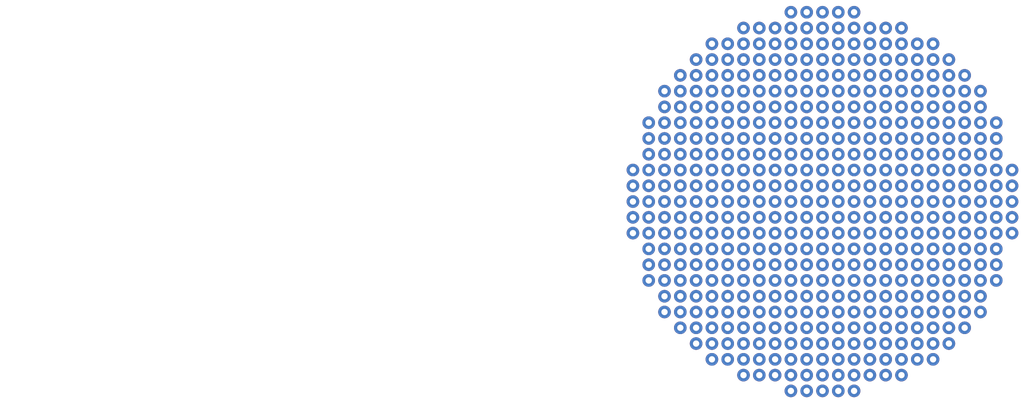
<source format=kicad_pcb>
(kicad_pcb (version 20171130) (host pcbnew "(5.1.10)-1")

  (general
    (thickness 1.6)
    (drawings 26)
    (tracks 481)
    (zones 0)
    (modules 0)
    (nets 1)
  )

  (page A4)
  (title_block
    (title "low contrast resolution and distortion grid disks")
    (date 2021-11-23)
    (company "University of Alberta and Alberta Health Services")
    (comment 1 "SPDX-FileCopyrightText: 2021 Nicola De Zanche <dezanche@ualberta.ca>")
    (comment 2 "SPDX-License-Identiﬁer: CERN-OHL-S-2.0+")
    (comment 3 "This source is distributed WITHOUT ANY EXPRESS OR IMPLIED WARRANTY, INCLUDING OF MERCHANTABILITY, SATISFACTORY QUALITY AND FITNESS FOR A PARTICULAR PURPOSE. Please see the CERN-OHL-S v2 for applicable conditions.")
    (comment 4 "Source location: https://github.com/dezanche/preclinical_MRI_phantom/tree/main/CAD")
  )

  (layers
    (0 F.Cu signal)
    (31 B.Cu signal)
    (32 B.Adhes user)
    (33 F.Adhes user)
    (34 B.Paste user)
    (35 F.Paste user)
    (36 B.SilkS user)
    (37 F.SilkS user)
    (38 B.Mask user)
    (39 F.Mask user)
    (40 Dwgs.User user)
    (41 Cmts.User user)
    (42 Eco1.User user)
    (43 Eco2.User user)
    (44 Edge.Cuts user)
    (45 Margin user)
    (46 B.CrtYd user)
    (47 F.CrtYd user)
    (48 B.Fab user)
    (49 F.Fab user)
  )

  (setup
    (last_trace_width 0.25)
    (trace_clearance 0.2)
    (zone_clearance 0.508)
    (zone_45_only no)
    (trace_min 0.2)
    (via_size 0.8)
    (via_drill 0.4)
    (via_min_size 0.4)
    (via_min_drill 0.3)
    (uvia_size 0.3)
    (uvia_drill 0.1)
    (uvias_allowed no)
    (uvia_min_size 0.2)
    (uvia_min_drill 0.1)
    (edge_width 0.05)
    (segment_width 0.2)
    (pcb_text_width 0.3)
    (pcb_text_size 1.5 1.5)
    (mod_edge_width 0.12)
    (mod_text_size 1 1)
    (mod_text_width 0.15)
    (pad_size 1.524 1.524)
    (pad_drill 0.762)
    (pad_to_mask_clearance 0)
    (aux_axis_origin 0 0)
    (visible_elements 7FFFFFFF)
    (pcbplotparams
      (layerselection 0x01100_7fffffff)
      (usegerberextensions false)
      (usegerberattributes true)
      (usegerberadvancedattributes true)
      (creategerberjobfile true)
      (excludeedgelayer true)
      (linewidth 0.100000)
      (plotframeref false)
      (viasonmask false)
      (mode 1)
      (useauxorigin false)
      (hpglpennumber 1)
      (hpglpenspeed 20)
      (hpglpendiameter 15.000000)
      (psnegative false)
      (psa4output false)
      (plotreference true)
      (plotvalue true)
      (plotinvisibletext false)
      (padsonsilk false)
      (subtractmaskfromsilk false)
      (outputformat 1)
      (mirror false)
      (drillshape 0)
      (scaleselection 1)
      (outputdirectory ""))
  )

  (net 0 "")

  (net_class Default "This is the default net class."
    (clearance 0.2)
    (trace_width 0.25)
    (via_dia 0.8)
    (via_drill 0.4)
    (uvia_dia 0.3)
    (uvia_drill 0.1)
  )

  (gr_circle (center 132 123) (end 119.3 123) (layer Dwgs.User) (width 0.15))
  (gr_circle (center 92.71 123.19) (end 105.41 123.19) (layer Dwgs.User) (width 0.15))
  (gr_circle (center 92.59639 112.68801) (end 92.99639 112.68801) (layer Dwgs.User) (width 0.2))
  (gr_circle (center 90.41976 121.12698) (end 91.54976 121.12698) (layer Dwgs.User) (width 0.2))
  (gr_circle (center 92.59639 120.22539) (end 92.99639 120.22539) (layer Dwgs.User) (width 0.2))
  (gr_circle (center 92.59639 116.45668) (end 92.99639 116.45668) (layer Dwgs.User) (width 0.2))
  (gr_circle (center 100.10278 115.79722) (end 100.244279 115.79722) (layer Dwgs.User) (width 0.2))
  (gr_circle (center 94.77302 121.12698) (end 94.91452 121.12698) (layer Dwgs.User) (width 0.2))
  (gr_circle (center 87.75488 118.4621) (end 88.88488 118.4621) (layer Dwgs.User) (width 0.2))
  (gr_circle (center 85.09 115.79722) (end 86.22 115.79722) (layer Dwgs.User) (width 0.2))
  (gr_circle (center 97.4379 118.4621) (end 97.5794 118.4621) (layer Dwgs.User) (width 0.2))
  (gr_circle (center 103.21199 123.30361) (end 104.01199 123.30361) (layer Dwgs.User) (width 0.2))
  (gr_circle (center 99.44332 123.30361) (end 100.24332 123.30361) (layer Dwgs.User) (width 0.2))
  (gr_circle (center 97.4379 128.14512) (end 97.7209 128.14512) (layer Dwgs.User) (width 0.2))
  (gr_circle (center 95.67461 123.30361) (end 96.47461 123.30361) (layer Dwgs.User) (width 0.2))
  (gr_circle (center 89.51817 123.30361) (end 89.71817 123.30361) (layer Dwgs.User) (width 0.2))
  (gr_circle (center 90.41976 125.48024) (end 90.98476 125.48024) (layer Dwgs.User) (width 0.2))
  (gr_circle (center 85.74946 123.30361) (end 85.94946 123.30361) (layer Dwgs.User) (width 0.2))
  (gr_circle (center 94.77302 125.48024) (end 95.056019 125.48024) (layer Dwgs.User) (width 0.2))
  (gr_circle (center 92.59639 126.38183) (end 92.69639 126.38183) (layer Dwgs.User) (width 0.2))
  (gr_circle (center 87.75488 128.14512) (end 88.31988 128.14512) (layer Dwgs.User) (width 0.2))
  (gr_circle (center 92.59639 130.15054) (end 92.69639 130.15054) (layer Dwgs.User) (width 0.2))
  (gr_circle (center 81.98079 123.30361) (end 82.18079 123.30361) (layer Dwgs.User) (width 0.2))
  (gr_circle (center 100.10278 130.81) (end 100.38578 130.81) (layer Dwgs.User) (width 0.2))
  (gr_circle (center 92.59639 133.91921) (end 92.69639 133.91921) (layer Dwgs.User) (width 0.2))
  (gr_circle (center 85.09 130.81) (end 85.655 130.81) (layer Dwgs.User) (width 0.2))

  (via (at 132 123) (size 0.8) (drill 0.4) (layers F.Cu B.Cu) (net 0))
  (via (at 133 123) (size 0.8) (drill 0.4) (layers F.Cu B.Cu) (net 0))
  (via (at 134 123) (size 0.8) (drill 0.4) (layers F.Cu B.Cu) (net 0))
  (via (at 135 123) (size 0.8) (drill 0.4) (layers F.Cu B.Cu) (net 0))
  (via (at 136 123) (size 0.8) (drill 0.4) (layers F.Cu B.Cu) (net 0))
  (via (at 137 123) (size 0.8) (drill 0.4) (layers F.Cu B.Cu) (net 0))
  (via (at 138 123) (size 0.8) (drill 0.4) (layers F.Cu B.Cu) (net 0))
  (via (at 139 123) (size 0.8) (drill 0.4) (layers F.Cu B.Cu) (net 0))
  (via (at 140 123) (size 0.8) (drill 0.4) (layers F.Cu B.Cu) (net 0))
  (via (at 141 123) (size 0.8) (drill 0.4) (layers F.Cu B.Cu) (net 0))
  (via (at 142 123) (size 0.8) (drill 0.4) (layers F.Cu B.Cu) (net 0))
  (via (at 143 123) (size 0.8) (drill 0.4) (layers F.Cu B.Cu) (net 0))
  (via (at 144 123) (size 0.8) (drill 0.4) (layers F.Cu B.Cu) (net 0))
  (via (at 131 123) (size 0.8) (drill 0.4) (layers F.Cu B.Cu) (net 0))
  (via (at 130 123) (size 0.8) (drill 0.4) (layers F.Cu B.Cu) (net 0))
  (via (at 129 123) (size 0.8) (drill 0.4) (layers F.Cu B.Cu) (net 0))
  (via (at 128 123) (size 0.8) (drill 0.4) (layers F.Cu B.Cu) (net 0))
  (via (at 127 123) (size 0.8) (drill 0.4) (layers F.Cu B.Cu) (net 0))
  (via (at 126 123) (size 0.8) (drill 0.4) (layers F.Cu B.Cu) (net 0))
  (via (at 125 123) (size 0.8) (drill 0.4) (layers F.Cu B.Cu) (net 0))
  (via (at 124 123) (size 0.8) (drill 0.4) (layers F.Cu B.Cu) (net 0))
  (via (at 123 123) (size 0.8) (drill 0.4) (layers F.Cu B.Cu) (net 0))
  (via (at 122 123) (size 0.8) (drill 0.4) (layers F.Cu B.Cu) (net 0))
  (via (at 121 123) (size 0.8) (drill 0.4) (layers F.Cu B.Cu) (net 0))
  (via (at 120 123) (size 0.8) (drill 0.4) (layers F.Cu B.Cu) (net 0))
  (via (at 138 122) (size 0.8) (drill 0.4) (layers F.Cu B.Cu) (net 0) (tstamp 613BDE53))
  (via (at 136 122) (size 0.8) (drill 0.4) (layers F.Cu B.Cu) (net 0) (tstamp 613BDE54))
  (via (at 121 122) (size 0.8) (drill 0.4) (layers F.Cu B.Cu) (net 0) (tstamp 613BDE55))
  (via (at 125 122) (size 0.8) (drill 0.4) (layers F.Cu B.Cu) (net 0) (tstamp 613BDE56))
  (via (at 133 122) (size 0.8) (drill 0.4) (layers F.Cu B.Cu) (net 0) (tstamp 613BDE57))
  (via (at 132 122) (size 0.8) (drill 0.4) (layers F.Cu B.Cu) (net 0) (tstamp 613BDE58))
  (via (at 135 122) (size 0.8) (drill 0.4) (layers F.Cu B.Cu) (net 0) (tstamp 613BDE59))
  (via (at 130 122) (size 0.8) (drill 0.4) (layers F.Cu B.Cu) (net 0) (tstamp 613BDE5A))
  (via (at 129 122) (size 0.8) (drill 0.4) (layers F.Cu B.Cu) (net 0) (tstamp 613BDE5B))
  (via (at 126 122) (size 0.8) (drill 0.4) (layers F.Cu B.Cu) (net 0) (tstamp 613BDE5C))
  (via (at 122 122) (size 0.8) (drill 0.4) (layers F.Cu B.Cu) (net 0) (tstamp 613BDE5D))
  (via (at 137 122) (size 0.8) (drill 0.4) (layers F.Cu B.Cu) (net 0) (tstamp 613BDE5E))
  (via (at 134 122) (size 0.8) (drill 0.4) (layers F.Cu B.Cu) (net 0) (tstamp 613BDE5F))
  (via (at 143 122) (size 0.8) (drill 0.4) (layers F.Cu B.Cu) (net 0) (tstamp 613BDE60))
  (via (at 127 122) (size 0.8) (drill 0.4) (layers F.Cu B.Cu) (net 0) (tstamp 613BDE61))
  (via (at 124 122) (size 0.8) (drill 0.4) (layers F.Cu B.Cu) (net 0) (tstamp 613BDE62))
  (via (at 123 122) (size 0.8) (drill 0.4) (layers F.Cu B.Cu) (net 0) (tstamp 613BDE63))
  (via (at 120 122) (size 0.8) (drill 0.4) (layers F.Cu B.Cu) (net 0) (tstamp 613BDE64))
  (via (at 144 122) (size 0.8) (drill 0.4) (layers F.Cu B.Cu) (net 0) (tstamp 613BDE65))
  (via (at 139 122) (size 0.8) (drill 0.4) (layers F.Cu B.Cu) (net 0) (tstamp 613BDE66))
  (via (at 142 122) (size 0.8) (drill 0.4) (layers F.Cu B.Cu) (net 0) (tstamp 613BDE67))
  (via (at 140 122) (size 0.8) (drill 0.4) (layers F.Cu B.Cu) (net 0) (tstamp 613BDE68))
  (via (at 141 122) (size 0.8) (drill 0.4) (layers F.Cu B.Cu) (net 0) (tstamp 613BDE69))
  (via (at 128 122) (size 0.8) (drill 0.4) (layers F.Cu B.Cu) (net 0) (tstamp 613BDE6A))
  (via (at 131 122) (size 0.8) (drill 0.4) (layers F.Cu B.Cu) (net 0) (tstamp 613BDE6B))
  (via (at 138 124) (size 0.8) (drill 0.4) (layers F.Cu B.Cu) (net 0) (tstamp 613BDE53))
  (via (at 136 124) (size 0.8) (drill 0.4) (layers F.Cu B.Cu) (net 0) (tstamp 613BDE54))
  (via (at 121 124) (size 0.8) (drill 0.4) (layers F.Cu B.Cu) (net 0) (tstamp 613BDE55))
  (via (at 125 124) (size 0.8) (drill 0.4) (layers F.Cu B.Cu) (net 0) (tstamp 613BDE56))
  (via (at 133 124) (size 0.8) (drill 0.4) (layers F.Cu B.Cu) (net 0) (tstamp 613BDE57))
  (via (at 132 124) (size 0.8) (drill 0.4) (layers F.Cu B.Cu) (net 0) (tstamp 613BDE58))
  (via (at 135 124) (size 0.8) (drill 0.4) (layers F.Cu B.Cu) (net 0) (tstamp 613BDE59))
  (via (at 130 124) (size 0.8) (drill 0.4) (layers F.Cu B.Cu) (net 0) (tstamp 613BDE5A))
  (via (at 129 124) (size 0.8) (drill 0.4) (layers F.Cu B.Cu) (net 0) (tstamp 613BDE5B))
  (via (at 126 124) (size 0.8) (drill 0.4) (layers F.Cu B.Cu) (net 0) (tstamp 613BDE5C))
  (via (at 122 124) (size 0.8) (drill 0.4) (layers F.Cu B.Cu) (net 0) (tstamp 613BDE5D))
  (via (at 137 124) (size 0.8) (drill 0.4) (layers F.Cu B.Cu) (net 0) (tstamp 613BDE5E))
  (via (at 134 124) (size 0.8) (drill 0.4) (layers F.Cu B.Cu) (net 0) (tstamp 613BDE5F))
  (via (at 143 124) (size 0.8) (drill 0.4) (layers F.Cu B.Cu) (net 0) (tstamp 613BDE60))
  (via (at 127 124) (size 0.8) (drill 0.4) (layers F.Cu B.Cu) (net 0) (tstamp 613BDE61))
  (via (at 124 124) (size 0.8) (drill 0.4) (layers F.Cu B.Cu) (net 0) (tstamp 613BDE62))
  (via (at 123 124) (size 0.8) (drill 0.4) (layers F.Cu B.Cu) (net 0) (tstamp 613BDE63))
  (via (at 120 124) (size 0.8) (drill 0.4) (layers F.Cu B.Cu) (net 0) (tstamp 613BDE64))
  (via (at 144 124) (size 0.8) (drill 0.4) (layers F.Cu B.Cu) (net 0) (tstamp 613BDE65))
  (via (at 139 124) (size 0.8) (drill 0.4) (layers F.Cu B.Cu) (net 0) (tstamp 613BDE66))
  (via (at 142 124) (size 0.8) (drill 0.4) (layers F.Cu B.Cu) (net 0) (tstamp 613BDE67))
  (via (at 140 124) (size 0.8) (drill 0.4) (layers F.Cu B.Cu) (net 0) (tstamp 613BDE68))
  (via (at 141 124) (size 0.8) (drill 0.4) (layers F.Cu B.Cu) (net 0) (tstamp 613BDE69))
  (via (at 128 124) (size 0.8) (drill 0.4) (layers F.Cu B.Cu) (net 0) (tstamp 613BDE6A))
  (via (at 131 124) (size 0.8) (drill 0.4) (layers F.Cu B.Cu) (net 0) (tstamp 613BDE6B))
  (via (at 138 120) (size 0.8) (drill 0.4) (layers F.Cu B.Cu) (net 0) (tstamp 613BDEA3))
  (via (at 136 120) (size 0.8) (drill 0.4) (layers F.Cu B.Cu) (net 0) (tstamp 613BDEA4))
  (via (at 121 120) (size 0.8) (drill 0.4) (layers F.Cu B.Cu) (net 0) (tstamp 613BDEA5))
  (via (at 125 120) (size 0.8) (drill 0.4) (layers F.Cu B.Cu) (net 0) (tstamp 613BDEA6))
  (via (at 133 120) (size 0.8) (drill 0.4) (layers F.Cu B.Cu) (net 0) (tstamp 613BDEA7))
  (via (at 132 120) (size 0.8) (drill 0.4) (layers F.Cu B.Cu) (net 0) (tstamp 613BDEA8))
  (via (at 135 120) (size 0.8) (drill 0.4) (layers F.Cu B.Cu) (net 0) (tstamp 613BDEA9))
  (via (at 130 120) (size 0.8) (drill 0.4) (layers F.Cu B.Cu) (net 0) (tstamp 613BDEAA))
  (via (at 129 120) (size 0.8) (drill 0.4) (layers F.Cu B.Cu) (net 0) (tstamp 613BDEAB))
  (via (at 126 120) (size 0.8) (drill 0.4) (layers F.Cu B.Cu) (net 0) (tstamp 613BDEAC))
  (via (at 122 120) (size 0.8) (drill 0.4) (layers F.Cu B.Cu) (net 0) (tstamp 613BDEAD))
  (via (at 137 120) (size 0.8) (drill 0.4) (layers F.Cu B.Cu) (net 0) (tstamp 613BDEAE))
  (via (at 134 120) (size 0.8) (drill 0.4) (layers F.Cu B.Cu) (net 0) (tstamp 613BDEAF))
  (via (at 143 120) (size 0.8) (drill 0.4) (layers F.Cu B.Cu) (net 0) (tstamp 613BDEB0))
  (via (at 128 121) (size 0.8) (drill 0.4) (layers F.Cu B.Cu) (net 0) (tstamp 613BDEB1))
  (via (at 127 120) (size 0.8) (drill 0.4) (layers F.Cu B.Cu) (net 0) (tstamp 613BDEB2))
  (via (at 124 120) (size 0.8) (drill 0.4) (layers F.Cu B.Cu) (net 0) (tstamp 613BDEB3))
  (via (at 123 120) (size 0.8) (drill 0.4) (layers F.Cu B.Cu) (net 0) (tstamp 613BDEB4))
  (via (at 131 121) (size 0.8) (drill 0.4) (layers F.Cu B.Cu) (net 0) (tstamp 613BDEB5))
  (via (at 139 120) (size 0.8) (drill 0.4) (layers F.Cu B.Cu) (net 0) (tstamp 613BDEB6))
  (via (at 142 120) (size 0.8) (drill 0.4) (layers F.Cu B.Cu) (net 0) (tstamp 613BDEB7))
  (via (at 140 120) (size 0.8) (drill 0.4) (layers F.Cu B.Cu) (net 0) (tstamp 613BDEB8))
  (via (at 141 120) (size 0.8) (drill 0.4) (layers F.Cu B.Cu) (net 0) (tstamp 613BDEB9))
  (via (at 128 120) (size 0.8) (drill 0.4) (layers F.Cu B.Cu) (net 0) (tstamp 613BDEBA))
  (via (at 131 120) (size 0.8) (drill 0.4) (layers F.Cu B.Cu) (net 0) (tstamp 613BDEBB))
  (via (at 123 121) (size 0.8) (drill 0.4) (layers F.Cu B.Cu) (net 0) (tstamp 613BDEBC))
  (via (at 139 121) (size 0.8) (drill 0.4) (layers F.Cu B.Cu) (net 0) (tstamp 613BDEBD))
  (via (at 121 119) (size 0.8) (drill 0.4) (layers F.Cu B.Cu) (net 0) (tstamp 613BDEBE))
  (via (at 129 121) (size 0.8) (drill 0.4) (layers F.Cu B.Cu) (net 0) (tstamp 613BDEBF))
  (via (at 125 119) (size 0.8) (drill 0.4) (layers F.Cu B.Cu) (net 0) (tstamp 613BDEC0))
  (via (at 143 119) (size 0.8) (drill 0.4) (layers F.Cu B.Cu) (net 0) (tstamp 613BDEC1))
  (via (at 142 121) (size 0.8) (drill 0.4) (layers F.Cu B.Cu) (net 0) (tstamp 613BDEC2))
  (via (at 123 119) (size 0.8) (drill 0.4) (layers F.Cu B.Cu) (net 0) (tstamp 613BDEC3))
  (via (at 134 119) (size 0.8) (drill 0.4) (layers F.Cu B.Cu) (net 0) (tstamp 613BDEC4))
  (via (at 133 119) (size 0.8) (drill 0.4) (layers F.Cu B.Cu) (net 0) (tstamp 613BDEC5))
  (via (at 126 121) (size 0.8) (drill 0.4) (layers F.Cu B.Cu) (net 0) (tstamp 613BDEC6))
  (via (at 143 121) (size 0.8) (drill 0.4) (layers F.Cu B.Cu) (net 0) (tstamp 613BDEC7))
  (via (at 141 121) (size 0.8) (drill 0.4) (layers F.Cu B.Cu) (net 0) (tstamp 613BDEC8))
  (via (at 130 119) (size 0.8) (drill 0.4) (layers F.Cu B.Cu) (net 0) (tstamp 613BDEC9))
  (via (at 128 119) (size 0.8) (drill 0.4) (layers F.Cu B.Cu) (net 0) (tstamp 613BDECA))
  (via (at 124 121) (size 0.8) (drill 0.4) (layers F.Cu B.Cu) (net 0) (tstamp 613BDECB))
  (via (at 138 119) (size 0.8) (drill 0.4) (layers F.Cu B.Cu) (net 0) (tstamp 613BDECC))
  (via (at 132 119) (size 0.8) (drill 0.4) (layers F.Cu B.Cu) (net 0) (tstamp 613BDECD))
  (via (at 124 119) (size 0.8) (drill 0.4) (layers F.Cu B.Cu) (net 0) (tstamp 613BDECE))
  (via (at 140 119) (size 0.8) (drill 0.4) (layers F.Cu B.Cu) (net 0) (tstamp 613BDECF))
  (via (at 140 121) (size 0.8) (drill 0.4) (layers F.Cu B.Cu) (net 0) (tstamp 613BDED0))
  (via (at 135 121) (size 0.8) (drill 0.4) (layers F.Cu B.Cu) (net 0) (tstamp 613BDED1))
  (via (at 130 121) (size 0.8) (drill 0.4) (layers F.Cu B.Cu) (net 0) (tstamp 613BDED2))
  (via (at 136 121) (size 0.8) (drill 0.4) (layers F.Cu B.Cu) (net 0) (tstamp 613BDED3))
  (via (at 138 121) (size 0.8) (drill 0.4) (layers F.Cu B.Cu) (net 0) (tstamp 613BDED4))
  (via (at 125 121) (size 0.8) (drill 0.4) (layers F.Cu B.Cu) (net 0) (tstamp 613BDED5))
  (via (at 139 119) (size 0.8) (drill 0.4) (layers F.Cu B.Cu) (net 0) (tstamp 613BDED6))
  (via (at 142 119) (size 0.8) (drill 0.4) (layers F.Cu B.Cu) (net 0) (tstamp 613BDED7))
  (via (at 126 119) (size 0.8) (drill 0.4) (layers F.Cu B.Cu) (net 0) (tstamp 613BDED8))
  (via (at 133 121) (size 0.8) (drill 0.4) (layers F.Cu B.Cu) (net 0) (tstamp 613BDED9))
  (via (at 137 121) (size 0.8) (drill 0.4) (layers F.Cu B.Cu) (net 0) (tstamp 613BDEDA))
  (via (at 122 119) (size 0.8) (drill 0.4) (layers F.Cu B.Cu) (net 0) (tstamp 613BDEDB))
  (via (at 137 119) (size 0.8) (drill 0.4) (layers F.Cu B.Cu) (net 0) (tstamp 613BDEDC))
  (via (at 141 119) (size 0.8) (drill 0.4) (layers F.Cu B.Cu) (net 0) (tstamp 613BDEDD))
  (via (at 136 119) (size 0.8) (drill 0.4) (layers F.Cu B.Cu) (net 0) (tstamp 613BDEDE))
  (via (at 127 119) (size 0.8) (drill 0.4) (layers F.Cu B.Cu) (net 0) (tstamp 613BDEDF))
  (via (at 131 119) (size 0.8) (drill 0.4) (layers F.Cu B.Cu) (net 0) (tstamp 613BDEE0))
  (via (at 134 121) (size 0.8) (drill 0.4) (layers F.Cu B.Cu) (net 0) (tstamp 613BDEE1))
  (via (at 132 121) (size 0.8) (drill 0.4) (layers F.Cu B.Cu) (net 0) (tstamp 613BDEE2))
  (via (at 127 121) (size 0.8) (drill 0.4) (layers F.Cu B.Cu) (net 0) (tstamp 613BDEE3))
  (via (at 121 121) (size 0.8) (drill 0.4) (layers F.Cu B.Cu) (net 0) (tstamp 613BDEE4))
  (via (at 129 119) (size 0.8) (drill 0.4) (layers F.Cu B.Cu) (net 0) (tstamp 613BDEE5))
  (via (at 122 121) (size 0.8) (drill 0.4) (layers F.Cu B.Cu) (net 0) (tstamp 613BDEE6))
  (via (at 135 119) (size 0.8) (drill 0.4) (layers F.Cu B.Cu) (net 0) (tstamp 613BDEE7))
  (via (at 138 126) (size 0.8) (drill 0.4) (layers F.Cu B.Cu) (net 0) (tstamp 613BDEA3))
  (via (at 136 126) (size 0.8) (drill 0.4) (layers F.Cu B.Cu) (net 0) (tstamp 613BDEA4))
  (via (at 121 126) (size 0.8) (drill 0.4) (layers F.Cu B.Cu) (net 0) (tstamp 613BDEA5))
  (via (at 125 126) (size 0.8) (drill 0.4) (layers F.Cu B.Cu) (net 0) (tstamp 613BDEA6))
  (via (at 133 126) (size 0.8) (drill 0.4) (layers F.Cu B.Cu) (net 0) (tstamp 613BDEA7))
  (via (at 132 126) (size 0.8) (drill 0.4) (layers F.Cu B.Cu) (net 0) (tstamp 613BDEA8))
  (via (at 135 126) (size 0.8) (drill 0.4) (layers F.Cu B.Cu) (net 0) (tstamp 613BDEA9))
  (via (at 130 126) (size 0.8) (drill 0.4) (layers F.Cu B.Cu) (net 0) (tstamp 613BDEAA))
  (via (at 129 126) (size 0.8) (drill 0.4) (layers F.Cu B.Cu) (net 0) (tstamp 613BDEAB))
  (via (at 126 126) (size 0.8) (drill 0.4) (layers F.Cu B.Cu) (net 0) (tstamp 613BDEAC))
  (via (at 122 126) (size 0.8) (drill 0.4) (layers F.Cu B.Cu) (net 0) (tstamp 613BDEAD))
  (via (at 137 126) (size 0.8) (drill 0.4) (layers F.Cu B.Cu) (net 0) (tstamp 613BDEAE))
  (via (at 134 126) (size 0.8) (drill 0.4) (layers F.Cu B.Cu) (net 0) (tstamp 613BDEAF))
  (via (at 143 126) (size 0.8) (drill 0.4) (layers F.Cu B.Cu) (net 0) (tstamp 613BDEB0))
  (via (at 128 127) (size 0.8) (drill 0.4) (layers F.Cu B.Cu) (net 0) (tstamp 613BDEB1))
  (via (at 127 126) (size 0.8) (drill 0.4) (layers F.Cu B.Cu) (net 0) (tstamp 613BDEB2))
  (via (at 124 126) (size 0.8) (drill 0.4) (layers F.Cu B.Cu) (net 0) (tstamp 613BDEB3))
  (via (at 123 126) (size 0.8) (drill 0.4) (layers F.Cu B.Cu) (net 0) (tstamp 613BDEB4))
  (via (at 131 127) (size 0.8) (drill 0.4) (layers F.Cu B.Cu) (net 0) (tstamp 613BDEB5))
  (via (at 139 126) (size 0.8) (drill 0.4) (layers F.Cu B.Cu) (net 0) (tstamp 613BDEB6))
  (via (at 142 126) (size 0.8) (drill 0.4) (layers F.Cu B.Cu) (net 0) (tstamp 613BDEB7))
  (via (at 140 126) (size 0.8) (drill 0.4) (layers F.Cu B.Cu) (net 0) (tstamp 613BDEB8))
  (via (at 141 126) (size 0.8) (drill 0.4) (layers F.Cu B.Cu) (net 0) (tstamp 613BDEB9))
  (via (at 128 126) (size 0.8) (drill 0.4) (layers F.Cu B.Cu) (net 0) (tstamp 613BDEBA))
  (via (at 131 126) (size 0.8) (drill 0.4) (layers F.Cu B.Cu) (net 0) (tstamp 613BDEBB))
  (via (at 123 127) (size 0.8) (drill 0.4) (layers F.Cu B.Cu) (net 0) (tstamp 613BDEBC))
  (via (at 139 127) (size 0.8) (drill 0.4) (layers F.Cu B.Cu) (net 0) (tstamp 613BDEBD))
  (via (at 121 125) (size 0.8) (drill 0.4) (layers F.Cu B.Cu) (net 0) (tstamp 613BDEBE))
  (via (at 129 127) (size 0.8) (drill 0.4) (layers F.Cu B.Cu) (net 0) (tstamp 613BDEBF))
  (via (at 125 125) (size 0.8) (drill 0.4) (layers F.Cu B.Cu) (net 0) (tstamp 613BDEC0))
  (via (at 143 125) (size 0.8) (drill 0.4) (layers F.Cu B.Cu) (net 0) (tstamp 613BDEC1))
  (via (at 142 127) (size 0.8) (drill 0.4) (layers F.Cu B.Cu) (net 0) (tstamp 613BDEC2))
  (via (at 123 125) (size 0.8) (drill 0.4) (layers F.Cu B.Cu) (net 0) (tstamp 613BDEC3))
  (via (at 134 125) (size 0.8) (drill 0.4) (layers F.Cu B.Cu) (net 0) (tstamp 613BDEC4))
  (via (at 133 125) (size 0.8) (drill 0.4) (layers F.Cu B.Cu) (net 0) (tstamp 613BDEC5))
  (via (at 126 127) (size 0.8) (drill 0.4) (layers F.Cu B.Cu) (net 0) (tstamp 613BDEC6))
  (via (at 143 127) (size 0.8) (drill 0.4) (layers F.Cu B.Cu) (net 0) (tstamp 613BDEC7))
  (via (at 141 127) (size 0.8) (drill 0.4) (layers F.Cu B.Cu) (net 0) (tstamp 613BDEC8))
  (via (at 130 125) (size 0.8) (drill 0.4) (layers F.Cu B.Cu) (net 0) (tstamp 613BDEC9))
  (via (at 128 125) (size 0.8) (drill 0.4) (layers F.Cu B.Cu) (net 0) (tstamp 613BDECA))
  (via (at 124 127) (size 0.8) (drill 0.4) (layers F.Cu B.Cu) (net 0) (tstamp 613BDECB))
  (via (at 138 125) (size 0.8) (drill 0.4) (layers F.Cu B.Cu) (net 0) (tstamp 613BDECC))
  (via (at 132 125) (size 0.8) (drill 0.4) (layers F.Cu B.Cu) (net 0) (tstamp 613BDECD))
  (via (at 124 125) (size 0.8) (drill 0.4) (layers F.Cu B.Cu) (net 0) (tstamp 613BDECE))
  (via (at 140 125) (size 0.8) (drill 0.4) (layers F.Cu B.Cu) (net 0) (tstamp 613BDECF))
  (via (at 140 127) (size 0.8) (drill 0.4) (layers F.Cu B.Cu) (net 0) (tstamp 613BDED0))
  (via (at 135 127) (size 0.8) (drill 0.4) (layers F.Cu B.Cu) (net 0) (tstamp 613BDED1))
  (via (at 130 127) (size 0.8) (drill 0.4) (layers F.Cu B.Cu) (net 0) (tstamp 613BDED2))
  (via (at 136 127) (size 0.8) (drill 0.4) (layers F.Cu B.Cu) (net 0) (tstamp 613BDED3))
  (via (at 138 127) (size 0.8) (drill 0.4) (layers F.Cu B.Cu) (net 0) (tstamp 613BDED4))
  (via (at 125 127) (size 0.8) (drill 0.4) (layers F.Cu B.Cu) (net 0) (tstamp 613BDED5))
  (via (at 139 125) (size 0.8) (drill 0.4) (layers F.Cu B.Cu) (net 0) (tstamp 613BDED6))
  (via (at 142 125) (size 0.8) (drill 0.4) (layers F.Cu B.Cu) (net 0) (tstamp 613BDED7))
  (via (at 126 125) (size 0.8) (drill 0.4) (layers F.Cu B.Cu) (net 0) (tstamp 613BDED8))
  (via (at 133 127) (size 0.8) (drill 0.4) (layers F.Cu B.Cu) (net 0) (tstamp 613BDED9))
  (via (at 137 127) (size 0.8) (drill 0.4) (layers F.Cu B.Cu) (net 0) (tstamp 613BDEDA))
  (via (at 122 125) (size 0.8) (drill 0.4) (layers F.Cu B.Cu) (net 0) (tstamp 613BDEDB))
  (via (at 137 125) (size 0.8) (drill 0.4) (layers F.Cu B.Cu) (net 0) (tstamp 613BDEDC))
  (via (at 141 125) (size 0.8) (drill 0.4) (layers F.Cu B.Cu) (net 0) (tstamp 613BDEDD))
  (via (at 136 125) (size 0.8) (drill 0.4) (layers F.Cu B.Cu) (net 0) (tstamp 613BDEDE))
  (via (at 127 125) (size 0.8) (drill 0.4) (layers F.Cu B.Cu) (net 0) (tstamp 613BDEDF))
  (via (at 131 125) (size 0.8) (drill 0.4) (layers F.Cu B.Cu) (net 0) (tstamp 613BDEE0))
  (via (at 134 127) (size 0.8) (drill 0.4) (layers F.Cu B.Cu) (net 0) (tstamp 613BDEE1))
  (via (at 132 127) (size 0.8) (drill 0.4) (layers F.Cu B.Cu) (net 0) (tstamp 613BDEE2))
  (via (at 127 127) (size 0.8) (drill 0.4) (layers F.Cu B.Cu) (net 0) (tstamp 613BDEE3))
  (via (at 121 127) (size 0.8) (drill 0.4) (layers F.Cu B.Cu) (net 0) (tstamp 613BDEE4))
  (via (at 129 125) (size 0.8) (drill 0.4) (layers F.Cu B.Cu) (net 0) (tstamp 613BDEE5))
  (via (at 122 127) (size 0.8) (drill 0.4) (layers F.Cu B.Cu) (net 0) (tstamp 613BDEE6))
  (via (at 135 125) (size 0.8) (drill 0.4) (layers F.Cu B.Cu) (net 0) (tstamp 613BDEE7))
  (via (at 130 128) (size 0.8) (drill 0.4) (layers F.Cu B.Cu) (net 0) (tstamp 613BDF73))
  (via (at 128 128) (size 0.8) (drill 0.4) (layers F.Cu B.Cu) (net 0) (tstamp 613BDF74))
  (via (at 124 130) (size 0.8) (drill 0.4) (layers F.Cu B.Cu) (net 0) (tstamp 613BDF75))
  (via (at 134 129) (size 0.8) (drill 0.4) (layers F.Cu B.Cu) (net 0) (tstamp 613BDF76))
  (via (at 138 128) (size 0.8) (drill 0.4) (layers F.Cu B.Cu) (net 0) (tstamp 613BDF77))
  (via (at 129 129) (size 0.8) (drill 0.4) (layers F.Cu B.Cu) (net 0) (tstamp 613BDF78))
  (via (at 129 130) (size 0.8) (drill 0.4) (layers F.Cu B.Cu) (net 0) (tstamp 613BDF79))
  (via (at 132 129) (size 0.8) (drill 0.4) (layers F.Cu B.Cu) (net 0) (tstamp 613BDF7A))
  (via (at 135 129) (size 0.8) (drill 0.4) (layers F.Cu B.Cu) (net 0) (tstamp 613BDF7B))
  (via (at 128 130) (size 0.8) (drill 0.4) (layers F.Cu B.Cu) (net 0) (tstamp 613BDF7C))
  (via (at 123 129) (size 0.8) (drill 0.4) (layers F.Cu B.Cu) (net 0) (tstamp 613BDF7D))
  (via (at 142 129) (size 0.8) (drill 0.4) (layers F.Cu B.Cu) (net 0) (tstamp 613BDF7E))
  (via (at 130 129) (size 0.8) (drill 0.4) (layers F.Cu B.Cu) (net 0) (tstamp 613BDF7F))
  (via (at 140 129) (size 0.8) (drill 0.4) (layers F.Cu B.Cu) (net 0) (tstamp 613BDF80))
  (via (at 141 129) (size 0.8) (drill 0.4) (layers F.Cu B.Cu) (net 0) (tstamp 613BDF81))
  (via (at 128 129) (size 0.8) (drill 0.4) (layers F.Cu B.Cu) (net 0) (tstamp 613BDF82))
  (via (at 141 130) (size 0.8) (drill 0.4) (layers F.Cu B.Cu) (net 0) (tstamp 613BDF83))
  (via (at 126 129) (size 0.8) (drill 0.4) (layers F.Cu B.Cu) (net 0) (tstamp 613BDF84))
  (via (at 124 129) (size 0.8) (drill 0.4) (layers F.Cu B.Cu) (net 0) (tstamp 613BDF85))
  (via (at 123 130) (size 0.8) (drill 0.4) (layers F.Cu B.Cu) (net 0) (tstamp 613BDF86))
  (via (at 133 128) (size 0.8) (drill 0.4) (layers F.Cu B.Cu) (net 0) (tstamp 613BDF87))
  (via (at 139 129) (size 0.8) (drill 0.4) (layers F.Cu B.Cu) (net 0) (tstamp 613BDF88))
  (via (at 125 128) (size 0.8) (drill 0.4) (layers F.Cu B.Cu) (net 0) (tstamp 613BDF89))
  (via (at 133 129) (size 0.8) (drill 0.4) (layers F.Cu B.Cu) (net 0) (tstamp 613BDF8A))
  (via (at 125 129) (size 0.8) (drill 0.4) (layers F.Cu B.Cu) (net 0) (tstamp 613BDF8B))
  (via (at 137 129) (size 0.8) (drill 0.4) (layers F.Cu B.Cu) (net 0) (tstamp 613BDF8C))
  (via (at 131 130) (size 0.8) (drill 0.4) (layers F.Cu B.Cu) (net 0) (tstamp 613BDF8D))
  (via (at 123 128) (size 0.8) (drill 0.4) (layers F.Cu B.Cu) (net 0) (tstamp 613BDF8E))
  (via (at 122 129) (size 0.8) (drill 0.4) (layers F.Cu B.Cu) (net 0) (tstamp 613BDF8F))
  (via (at 138 129) (size 0.8) (drill 0.4) (layers F.Cu B.Cu) (net 0) (tstamp 613BDF90))
  (via (at 126 130) (size 0.8) (drill 0.4) (layers F.Cu B.Cu) (net 0) (tstamp 613BDF91))
  (via (at 127 129) (size 0.8) (drill 0.4) (layers F.Cu B.Cu) (net 0) (tstamp 613BDF92))
  (via (at 136 129) (size 0.8) (drill 0.4) (layers F.Cu B.Cu) (net 0) (tstamp 613BDF93))
  (via (at 131 129) (size 0.8) (drill 0.4) (layers F.Cu B.Cu) (net 0) (tstamp 613BDF94))
  (via (at 139 130) (size 0.8) (drill 0.4) (layers F.Cu B.Cu) (net 0) (tstamp 613BDF95))
  (via (at 134 128) (size 0.8) (drill 0.4) (layers F.Cu B.Cu) (net 0) (tstamp 613BDF96))
  (via (at 142 130) (size 0.8) (drill 0.4) (layers F.Cu B.Cu) (net 0) (tstamp 613BDF97))
  (via (at 137 128) (size 0.8) (drill 0.4) (layers F.Cu B.Cu) (net 0) (tstamp 613BDF98))
  (via (at 137 130) (size 0.8) (drill 0.4) (layers F.Cu B.Cu) (net 0) (tstamp 613BDF99))
  (via (at 135 130) (size 0.8) (drill 0.4) (layers F.Cu B.Cu) (net 0) (tstamp 613BDF9A))
  (via (at 131 128) (size 0.8) (drill 0.4) (layers F.Cu B.Cu) (net 0) (tstamp 613BDF9B))
  (via (at 140 128) (size 0.8) (drill 0.4) (layers F.Cu B.Cu) (net 0) (tstamp 613BDF9C))
  (via (at 140 130) (size 0.8) (drill 0.4) (layers F.Cu B.Cu) (net 0) (tstamp 613BDF9D))
  (via (at 125 130) (size 0.8) (drill 0.4) (layers F.Cu B.Cu) (net 0) (tstamp 613BDF9E))
  (via (at 138 130) (size 0.8) (drill 0.4) (layers F.Cu B.Cu) (net 0) (tstamp 613BDF9F))
  (via (at 122 130) (size 0.8) (drill 0.4) (layers F.Cu B.Cu) (net 0) (tstamp 613BDFA0))
  (via (at 132 128) (size 0.8) (drill 0.4) (layers F.Cu B.Cu) (net 0) (tstamp 613BDFA1))
  (via (at 122 128) (size 0.8) (drill 0.4) (layers F.Cu B.Cu) (net 0) (tstamp 613BDFA2))
  (via (at 136 128) (size 0.8) (drill 0.4) (layers F.Cu B.Cu) (net 0) (tstamp 613BDFA3))
  (via (at 124 128) (size 0.8) (drill 0.4) (layers F.Cu B.Cu) (net 0) (tstamp 613BDFA4))
  (via (at 141 128) (size 0.8) (drill 0.4) (layers F.Cu B.Cu) (net 0) (tstamp 613BDFA5))
  (via (at 130 130) (size 0.8) (drill 0.4) (layers F.Cu B.Cu) (net 0) (tstamp 613BDFA6))
  (via (at 139 128) (size 0.8) (drill 0.4) (layers F.Cu B.Cu) (net 0) (tstamp 613BDFA7))
  (via (at 142 128) (size 0.8) (drill 0.4) (layers F.Cu B.Cu) (net 0) (tstamp 613BDFA8))
  (via (at 134 130) (size 0.8) (drill 0.4) (layers F.Cu B.Cu) (net 0) (tstamp 613BDFA9))
  (via (at 132 130) (size 0.8) (drill 0.4) (layers F.Cu B.Cu) (net 0) (tstamp 613BDFAA))
  (via (at 129 128) (size 0.8) (drill 0.4) (layers F.Cu B.Cu) (net 0) (tstamp 613BDFAB))
  (via (at 133 130) (size 0.8) (drill 0.4) (layers F.Cu B.Cu) (net 0) (tstamp 613BDFAC))
  (via (at 135 128) (size 0.8) (drill 0.4) (layers F.Cu B.Cu) (net 0) (tstamp 613BDFAD))
  (via (at 127 128) (size 0.8) (drill 0.4) (layers F.Cu B.Cu) (net 0) (tstamp 613BDFAE))
  (via (at 136 130) (size 0.8) (drill 0.4) (layers F.Cu B.Cu) (net 0) (tstamp 613BDFAF))
  (via (at 126 128) (size 0.8) (drill 0.4) (layers F.Cu B.Cu) (net 0) (tstamp 613BDFB0))
  (via (at 127 130) (size 0.8) (drill 0.4) (layers F.Cu B.Cu) (net 0) (tstamp 613BDFB1))
  (via (at 130 116) (size 0.8) (drill 0.4) (layers F.Cu B.Cu) (net 0) (tstamp 613BDF73))
  (via (at 128 116) (size 0.8) (drill 0.4) (layers F.Cu B.Cu) (net 0) (tstamp 613BDF74))
  (via (at 124 118) (size 0.8) (drill 0.4) (layers F.Cu B.Cu) (net 0) (tstamp 613BDF75))
  (via (at 134 117) (size 0.8) (drill 0.4) (layers F.Cu B.Cu) (net 0) (tstamp 613BDF76))
  (via (at 138 116) (size 0.8) (drill 0.4) (layers F.Cu B.Cu) (net 0) (tstamp 613BDF77))
  (via (at 129 117) (size 0.8) (drill 0.4) (layers F.Cu B.Cu) (net 0) (tstamp 613BDF78))
  (via (at 129 118) (size 0.8) (drill 0.4) (layers F.Cu B.Cu) (net 0) (tstamp 613BDF79))
  (via (at 132 117) (size 0.8) (drill 0.4) (layers F.Cu B.Cu) (net 0) (tstamp 613BDF7A))
  (via (at 135 117) (size 0.8) (drill 0.4) (layers F.Cu B.Cu) (net 0) (tstamp 613BDF7B))
  (via (at 128 118) (size 0.8) (drill 0.4) (layers F.Cu B.Cu) (net 0) (tstamp 613BDF7C))
  (via (at 123 117) (size 0.8) (drill 0.4) (layers F.Cu B.Cu) (net 0) (tstamp 613BDF7D))
  (via (at 142 117) (size 0.8) (drill 0.4) (layers F.Cu B.Cu) (net 0) (tstamp 613BDF7E))
  (via (at 130 117) (size 0.8) (drill 0.4) (layers F.Cu B.Cu) (net 0) (tstamp 613BDF7F))
  (via (at 140 117) (size 0.8) (drill 0.4) (layers F.Cu B.Cu) (net 0) (tstamp 613BDF80))
  (via (at 141 117) (size 0.8) (drill 0.4) (layers F.Cu B.Cu) (net 0) (tstamp 613BDF81))
  (via (at 128 117) (size 0.8) (drill 0.4) (layers F.Cu B.Cu) (net 0) (tstamp 613BDF82))
  (via (at 141 118) (size 0.8) (drill 0.4) (layers F.Cu B.Cu) (net 0) (tstamp 613BDF83))
  (via (at 126 117) (size 0.8) (drill 0.4) (layers F.Cu B.Cu) (net 0) (tstamp 613BDF84))
  (via (at 124 117) (size 0.8) (drill 0.4) (layers F.Cu B.Cu) (net 0) (tstamp 613BDF85))
  (via (at 123 118) (size 0.8) (drill 0.4) (layers F.Cu B.Cu) (net 0) (tstamp 613BDF86))
  (via (at 133 116) (size 0.8) (drill 0.4) (layers F.Cu B.Cu) (net 0) (tstamp 613BDF87))
  (via (at 139 117) (size 0.8) (drill 0.4) (layers F.Cu B.Cu) (net 0) (tstamp 613BDF88))
  (via (at 125 116) (size 0.8) (drill 0.4) (layers F.Cu B.Cu) (net 0) (tstamp 613BDF89))
  (via (at 133 117) (size 0.8) (drill 0.4) (layers F.Cu B.Cu) (net 0) (tstamp 613BDF8A))
  (via (at 125 117) (size 0.8) (drill 0.4) (layers F.Cu B.Cu) (net 0) (tstamp 613BDF8B))
  (via (at 137 117) (size 0.8) (drill 0.4) (layers F.Cu B.Cu) (net 0) (tstamp 613BDF8C))
  (via (at 131 118) (size 0.8) (drill 0.4) (layers F.Cu B.Cu) (net 0) (tstamp 613BDF8D))
  (via (at 123 116) (size 0.8) (drill 0.4) (layers F.Cu B.Cu) (net 0) (tstamp 613BDF8E))
  (via (at 122 117) (size 0.8) (drill 0.4) (layers F.Cu B.Cu) (net 0) (tstamp 613BDF8F))
  (via (at 138 117) (size 0.8) (drill 0.4) (layers F.Cu B.Cu) (net 0) (tstamp 613BDF90))
  (via (at 126 118) (size 0.8) (drill 0.4) (layers F.Cu B.Cu) (net 0) (tstamp 613BDF91))
  (via (at 127 117) (size 0.8) (drill 0.4) (layers F.Cu B.Cu) (net 0) (tstamp 613BDF92))
  (via (at 136 117) (size 0.8) (drill 0.4) (layers F.Cu B.Cu) (net 0) (tstamp 613BDF93))
  (via (at 131 117) (size 0.8) (drill 0.4) (layers F.Cu B.Cu) (net 0) (tstamp 613BDF94))
  (via (at 139 118) (size 0.8) (drill 0.4) (layers F.Cu B.Cu) (net 0) (tstamp 613BDF95))
  (via (at 134 116) (size 0.8) (drill 0.4) (layers F.Cu B.Cu) (net 0) (tstamp 613BDF96))
  (via (at 142 118) (size 0.8) (drill 0.4) (layers F.Cu B.Cu) (net 0) (tstamp 613BDF97))
  (via (at 137 116) (size 0.8) (drill 0.4) (layers F.Cu B.Cu) (net 0) (tstamp 613BDF98))
  (via (at 137 118) (size 0.8) (drill 0.4) (layers F.Cu B.Cu) (net 0) (tstamp 613BDF99))
  (via (at 135 118) (size 0.8) (drill 0.4) (layers F.Cu B.Cu) (net 0) (tstamp 613BDF9A))
  (via (at 131 116) (size 0.8) (drill 0.4) (layers F.Cu B.Cu) (net 0) (tstamp 613BDF9B))
  (via (at 140 116) (size 0.8) (drill 0.4) (layers F.Cu B.Cu) (net 0) (tstamp 613BDF9C))
  (via (at 140 118) (size 0.8) (drill 0.4) (layers F.Cu B.Cu) (net 0) (tstamp 613BDF9D))
  (via (at 125 118) (size 0.8) (drill 0.4) (layers F.Cu B.Cu) (net 0) (tstamp 613BDF9E))
  (via (at 138 118) (size 0.8) (drill 0.4) (layers F.Cu B.Cu) (net 0) (tstamp 613BDF9F))
  (via (at 122 118) (size 0.8) (drill 0.4) (layers F.Cu B.Cu) (net 0) (tstamp 613BDFA0))
  (via (at 132 116) (size 0.8) (drill 0.4) (layers F.Cu B.Cu) (net 0) (tstamp 613BDFA1))
  (via (at 122 116) (size 0.8) (drill 0.4) (layers F.Cu B.Cu) (net 0) (tstamp 613BDFA2))
  (via (at 136 116) (size 0.8) (drill 0.4) (layers F.Cu B.Cu) (net 0) (tstamp 613BDFA3))
  (via (at 124 116) (size 0.8) (drill 0.4) (layers F.Cu B.Cu) (net 0) (tstamp 613BDFA4))
  (via (at 141 116) (size 0.8) (drill 0.4) (layers F.Cu B.Cu) (net 0) (tstamp 613BDFA5))
  (via (at 130 118) (size 0.8) (drill 0.4) (layers F.Cu B.Cu) (net 0) (tstamp 613BDFA6))
  (via (at 139 116) (size 0.8) (drill 0.4) (layers F.Cu B.Cu) (net 0) (tstamp 613BDFA7))
  (via (at 142 116) (size 0.8) (drill 0.4) (layers F.Cu B.Cu) (net 0) (tstamp 613BDFA8))
  (via (at 134 118) (size 0.8) (drill 0.4) (layers F.Cu B.Cu) (net 0) (tstamp 613BDFA9))
  (via (at 132 118) (size 0.8) (drill 0.4) (layers F.Cu B.Cu) (net 0) (tstamp 613BDFAA))
  (via (at 129 116) (size 0.8) (drill 0.4) (layers F.Cu B.Cu) (net 0) (tstamp 613BDFAB))
  (via (at 133 118) (size 0.8) (drill 0.4) (layers F.Cu B.Cu) (net 0) (tstamp 613BDFAC))
  (via (at 135 116) (size 0.8) (drill 0.4) (layers F.Cu B.Cu) (net 0) (tstamp 613BDFAD))
  (via (at 127 116) (size 0.8) (drill 0.4) (layers F.Cu B.Cu) (net 0) (tstamp 613BDFAE))
  (via (at 136 118) (size 0.8) (drill 0.4) (layers F.Cu B.Cu) (net 0) (tstamp 613BDFAF))
  (via (at 126 116) (size 0.8) (drill 0.4) (layers F.Cu B.Cu) (net 0) (tstamp 613BDFB0))
  (via (at 127 118) (size 0.8) (drill 0.4) (layers F.Cu B.Cu) (net 0) (tstamp 613BDFB1))
  (via (at 126 115) (size 0.8) (drill 0.4) (layers F.Cu B.Cu) (net 0) (tstamp 613BE033))
  (via (at 125 115) (size 0.8) (drill 0.4) (layers F.Cu B.Cu) (net 0) (tstamp 613BE034))
  (via (at 138 115) (size 0.8) (drill 0.4) (layers F.Cu B.Cu) (net 0) (tstamp 613BE035))
  (via (at 130 115) (size 0.8) (drill 0.4) (layers F.Cu B.Cu) (net 0) (tstamp 613BE036))
  (via (at 128 115) (size 0.8) (drill 0.4) (layers F.Cu B.Cu) (net 0) (tstamp 613BE037))
  (via (at 133 115) (size 0.8) (drill 0.4) (layers F.Cu B.Cu) (net 0) (tstamp 613BE038))
  (via (at 134 115) (size 0.8) (drill 0.4) (layers F.Cu B.Cu) (net 0) (tstamp 613BE039))
  (via (at 132 115) (size 0.8) (drill 0.4) (layers F.Cu B.Cu) (net 0) (tstamp 613BE03A))
  (via (at 135 115) (size 0.8) (drill 0.4) (layers F.Cu B.Cu) (net 0) (tstamp 613BE03B))
  (via (at 123 115) (size 0.8) (drill 0.4) (layers F.Cu B.Cu) (net 0) (tstamp 613BE03C))
  (via (at 136 115) (size 0.8) (drill 0.4) (layers F.Cu B.Cu) (net 0) (tstamp 613BE03D))
  (via (at 139 115) (size 0.8) (drill 0.4) (layers F.Cu B.Cu) (net 0) (tstamp 613BE03E))
  (via (at 141 115) (size 0.8) (drill 0.4) (layers F.Cu B.Cu) (net 0) (tstamp 613BE03F))
  (via (at 129 115) (size 0.8) (drill 0.4) (layers F.Cu B.Cu) (net 0) (tstamp 613BE040))
  (via (at 140 115) (size 0.8) (drill 0.4) (layers F.Cu B.Cu) (net 0) (tstamp 613BE041))
  (via (at 127 115) (size 0.8) (drill 0.4) (layers F.Cu B.Cu) (net 0) (tstamp 613BE042))
  (via (at 131 115) (size 0.8) (drill 0.4) (layers F.Cu B.Cu) (net 0) (tstamp 613BE043))
  (via (at 137 115) (size 0.8) (drill 0.4) (layers F.Cu B.Cu) (net 0) (tstamp 613BE044))
  (via (at 124 115) (size 0.8) (drill 0.4) (layers F.Cu B.Cu) (net 0) (tstamp 613BE045))
  (via (at 126 131) (size 0.8) (drill 0.4) (layers F.Cu B.Cu) (net 0) (tstamp 613BE033))
  (via (at 125 131) (size 0.8) (drill 0.4) (layers F.Cu B.Cu) (net 0) (tstamp 613BE034))
  (via (at 138 131) (size 0.8) (drill 0.4) (layers F.Cu B.Cu) (net 0) (tstamp 613BE035))
  (via (at 130 131) (size 0.8) (drill 0.4) (layers F.Cu B.Cu) (net 0) (tstamp 613BE036))
  (via (at 128 131) (size 0.8) (drill 0.4) (layers F.Cu B.Cu) (net 0) (tstamp 613BE037))
  (via (at 133 131) (size 0.8) (drill 0.4) (layers F.Cu B.Cu) (net 0) (tstamp 613BE038))
  (via (at 134 131) (size 0.8) (drill 0.4) (layers F.Cu B.Cu) (net 0) (tstamp 613BE039))
  (via (at 132 131) (size 0.8) (drill 0.4) (layers F.Cu B.Cu) (net 0) (tstamp 613BE03A))
  (via (at 135 131) (size 0.8) (drill 0.4) (layers F.Cu B.Cu) (net 0) (tstamp 613BE03B))
  (via (at 123 131) (size 0.8) (drill 0.4) (layers F.Cu B.Cu) (net 0) (tstamp 613BE03C))
  (via (at 136 131) (size 0.8) (drill 0.4) (layers F.Cu B.Cu) (net 0) (tstamp 613BE03D))
  (via (at 139 131) (size 0.8) (drill 0.4) (layers F.Cu B.Cu) (net 0) (tstamp 613BE03E))
  (via (at 141 131) (size 0.8) (drill 0.4) (layers F.Cu B.Cu) (net 0) (tstamp 613BE03F))
  (via (at 129 131) (size 0.8) (drill 0.4) (layers F.Cu B.Cu) (net 0) (tstamp 613BE040))
  (via (at 140 131) (size 0.8) (drill 0.4) (layers F.Cu B.Cu) (net 0) (tstamp 613BE041))
  (via (at 127 131) (size 0.8) (drill 0.4) (layers F.Cu B.Cu) (net 0) (tstamp 613BE042))
  (via (at 131 131) (size 0.8) (drill 0.4) (layers F.Cu B.Cu) (net 0) (tstamp 613BE043))
  (via (at 137 131) (size 0.8) (drill 0.4) (layers F.Cu B.Cu) (net 0) (tstamp 613BE044))
  (via (at 124 131) (size 0.8) (drill 0.4) (layers F.Cu B.Cu) (net 0) (tstamp 613BE045))
  (via (at 121 128) (size 0.8) (drill 0.4) (layers F.Cu B.Cu) (net 0))
  (via (at 143 128) (size 0.8) (drill 0.4) (layers F.Cu B.Cu) (net 0))
  (via (at 143 118) (size 0.8) (drill 0.4) (layers F.Cu B.Cu) (net 0))
  (via (at 121 118) (size 0.8) (drill 0.4) (layers F.Cu B.Cu) (net 0))
  (via (at 134 112) (size 0.8) (drill 0.4) (layers F.Cu B.Cu) (net 0) (tstamp 613BE06D))
  (via (at 127 112) (size 0.8) (drill 0.4) (layers F.Cu B.Cu) (net 0) (tstamp 613BE06E))
  (via (at 128 112) (size 0.8) (drill 0.4) (layers F.Cu B.Cu) (net 0) (tstamp 613BE06F))
  (via (at 129 112) (size 0.8) (drill 0.4) (layers F.Cu B.Cu) (net 0) (tstamp 613BE070))
  (via (at 132 112) (size 0.8) (drill 0.4) (layers F.Cu B.Cu) (net 0) (tstamp 613BE071))
  (via (at 137 112) (size 0.8) (drill 0.4) (layers F.Cu B.Cu) (net 0) (tstamp 613BE072))
  (via (at 126 113) (size 0.8) (drill 0.4) (layers F.Cu B.Cu) (net 0) (tstamp 613BE073))
  (via (at 131 112) (size 0.8) (drill 0.4) (layers F.Cu B.Cu) (net 0) (tstamp 613BE074))
  (via (at 130 112) (size 0.8) (drill 0.4) (layers F.Cu B.Cu) (net 0) (tstamp 613BE075))
  (via (at 135 112) (size 0.8) (drill 0.4) (layers F.Cu B.Cu) (net 0) (tstamp 613BE076))
  (via (at 133 112) (size 0.8) (drill 0.4) (layers F.Cu B.Cu) (net 0) (tstamp 613BE078))
  (via (at 136 112) (size 0.8) (drill 0.4) (layers F.Cu B.Cu) (net 0) (tstamp 613BE079))
  (via (at 133 114) (size 0.8) (drill 0.4) (layers F.Cu B.Cu) (net 0) (tstamp 613BE07A))
  (via (at 138 113) (size 0.8) (drill 0.4) (layers F.Cu B.Cu) (net 0) (tstamp 613BE07B))
  (via (at 132 114) (size 0.8) (drill 0.4) (layers F.Cu B.Cu) (net 0) (tstamp 613BE07C))
  (via (at 130 114) (size 0.8) (drill 0.4) (layers F.Cu B.Cu) (net 0) (tstamp 613BE07D))
  (via (at 135 114) (size 0.8) (drill 0.4) (layers F.Cu B.Cu) (net 0) (tstamp 613BE07E))
  (via (at 128 114) (size 0.8) (drill 0.4) (layers F.Cu B.Cu) (net 0) (tstamp 613BE07F))
  (via (at 130 113) (size 0.8) (drill 0.4) (layers F.Cu B.Cu) (net 0) (tstamp 613BE080))
  (via (at 128 113) (size 0.8) (drill 0.4) (layers F.Cu B.Cu) (net 0) (tstamp 613BE081))
  (via (at 134 114) (size 0.8) (drill 0.4) (layers F.Cu B.Cu) (net 0) (tstamp 613BE082))
  (via (at 129 114) (size 0.8) (drill 0.4) (layers F.Cu B.Cu) (net 0) (tstamp 613BE083))
  (via (at 126 114) (size 0.8) (drill 0.4) (layers F.Cu B.Cu) (net 0) (tstamp 613BE084))
  (via (at 133 113) (size 0.8) (drill 0.4) (layers F.Cu B.Cu) (net 0) (tstamp 613BE085))
  (via (at 134 113) (size 0.8) (drill 0.4) (layers F.Cu B.Cu) (net 0) (tstamp 613BE086))
  (via (at 138 114) (size 0.8) (drill 0.4) (layers F.Cu B.Cu) (net 0) (tstamp 613BE087))
  (via (at 132 113) (size 0.8) (drill 0.4) (layers F.Cu B.Cu) (net 0) (tstamp 613BE088))
  (via (at 135 113) (size 0.8) (drill 0.4) (layers F.Cu B.Cu) (net 0) (tstamp 613BE089))
  (via (at 137 114) (size 0.8) (drill 0.4) (layers F.Cu B.Cu) (net 0) (tstamp 613BE08A))
  (via (at 136 113) (size 0.8) (drill 0.4) (layers F.Cu B.Cu) (net 0) (tstamp 613BE08B))
  (via (at 129 113) (size 0.8) (drill 0.4) (layers F.Cu B.Cu) (net 0) (tstamp 613BE08C))
  (via (at 136 114) (size 0.8) (drill 0.4) (layers F.Cu B.Cu) (net 0) (tstamp 613BE08D))
  (via (at 127 113) (size 0.8) (drill 0.4) (layers F.Cu B.Cu) (net 0) (tstamp 613BE08E))
  (via (at 131 113) (size 0.8) (drill 0.4) (layers F.Cu B.Cu) (net 0) (tstamp 613BE08F))
  (via (at 137 113) (size 0.8) (drill 0.4) (layers F.Cu B.Cu) (net 0) (tstamp 613BE090))
  (via (at 127 114) (size 0.8) (drill 0.4) (layers F.Cu B.Cu) (net 0) (tstamp 613BE091))
  (via (at 131 114) (size 0.8) (drill 0.4) (layers F.Cu B.Cu) (net 0) (tstamp 613BE092))
  (via (at 138 132) (size 0.8) (drill 0.4) (layers F.Cu B.Cu) (net 0) (tstamp 613BE06C))
  (via (at 134 132) (size 0.8) (drill 0.4) (layers F.Cu B.Cu) (net 0) (tstamp 613BE06D))
  (via (at 127 132) (size 0.8) (drill 0.4) (layers F.Cu B.Cu) (net 0) (tstamp 613BE06E))
  (via (at 128 132) (size 0.8) (drill 0.4) (layers F.Cu B.Cu) (net 0) (tstamp 613BE06F))
  (via (at 129 132) (size 0.8) (drill 0.4) (layers F.Cu B.Cu) (net 0) (tstamp 613BE070))
  (via (at 132 132) (size 0.8) (drill 0.4) (layers F.Cu B.Cu) (net 0) (tstamp 613BE071))
  (via (at 137 132) (size 0.8) (drill 0.4) (layers F.Cu B.Cu) (net 0) (tstamp 613BE072))
  (via (at 126 133) (size 0.8) (drill 0.4) (layers F.Cu B.Cu) (net 0) (tstamp 613BE073))
  (via (at 131 132) (size 0.8) (drill 0.4) (layers F.Cu B.Cu) (net 0) (tstamp 613BE074))
  (via (at 130 132) (size 0.8) (drill 0.4) (layers F.Cu B.Cu) (net 0) (tstamp 613BE075))
  (via (at 135 132) (size 0.8) (drill 0.4) (layers F.Cu B.Cu) (net 0) (tstamp 613BE076))
  (via (at 126 132) (size 0.8) (drill 0.4) (layers F.Cu B.Cu) (net 0) (tstamp 613BE077))
  (via (at 133 132) (size 0.8) (drill 0.4) (layers F.Cu B.Cu) (net 0) (tstamp 613BE078))
  (via (at 136 132) (size 0.8) (drill 0.4) (layers F.Cu B.Cu) (net 0) (tstamp 613BE079))
  (via (at 133 134) (size 0.8) (drill 0.4) (layers F.Cu B.Cu) (net 0) (tstamp 613BE07A))
  (via (at 138 133) (size 0.8) (drill 0.4) (layers F.Cu B.Cu) (net 0) (tstamp 613BE07B))
  (via (at 132 134) (size 0.8) (drill 0.4) (layers F.Cu B.Cu) (net 0) (tstamp 613BE07C))
  (via (at 130 134) (size 0.8) (drill 0.4) (layers F.Cu B.Cu) (net 0) (tstamp 613BE07D))
  (via (at 135 134) (size 0.8) (drill 0.4) (layers F.Cu B.Cu) (net 0) (tstamp 613BE07E))
  (via (at 128 134) (size 0.8) (drill 0.4) (layers F.Cu B.Cu) (net 0) (tstamp 613BE07F))
  (via (at 130 133) (size 0.8) (drill 0.4) (layers F.Cu B.Cu) (net 0) (tstamp 613BE080))
  (via (at 128 133) (size 0.8) (drill 0.4) (layers F.Cu B.Cu) (net 0) (tstamp 613BE081))
  (via (at 134 134) (size 0.8) (drill 0.4) (layers F.Cu B.Cu) (net 0) (tstamp 613BE082))
  (via (at 129 134) (size 0.8) (drill 0.4) (layers F.Cu B.Cu) (net 0) (tstamp 613BE083))
  (via (at 133 133) (size 0.8) (drill 0.4) (layers F.Cu B.Cu) (net 0) (tstamp 613BE085))
  (via (at 134 133) (size 0.8) (drill 0.4) (layers F.Cu B.Cu) (net 0) (tstamp 613BE086))
  (via (at 132 133) (size 0.8) (drill 0.4) (layers F.Cu B.Cu) (net 0) (tstamp 613BE088))
  (via (at 135 133) (size 0.8) (drill 0.4) (layers F.Cu B.Cu) (net 0) (tstamp 613BE089))
  (via (at 137 134) (size 0.8) (drill 0.4) (layers F.Cu B.Cu) (net 0) (tstamp 613BE08A))
  (via (at 136 133) (size 0.8) (drill 0.4) (layers F.Cu B.Cu) (net 0) (tstamp 613BE08B))
  (via (at 129 133) (size 0.8) (drill 0.4) (layers F.Cu B.Cu) (net 0) (tstamp 613BE08C))
  (via (at 136 134) (size 0.8) (drill 0.4) (layers F.Cu B.Cu) (net 0) (tstamp 613BE08D))
  (via (at 127 133) (size 0.8) (drill 0.4) (layers F.Cu B.Cu) (net 0) (tstamp 613BE08E))
  (via (at 131 133) (size 0.8) (drill 0.4) (layers F.Cu B.Cu) (net 0) (tstamp 613BE08F))
  (via (at 137 133) (size 0.8) (drill 0.4) (layers F.Cu B.Cu) (net 0) (tstamp 613BE090))
  (via (at 127 134) (size 0.8) (drill 0.4) (layers F.Cu B.Cu) (net 0) (tstamp 613BE091))
  (via (at 131 134) (size 0.8) (drill 0.4) (layers F.Cu B.Cu) (net 0) (tstamp 613BE092))
  (via (at 139 132) (size 0.8) (drill 0.4) (layers F.Cu B.Cu) (net 0))
  (via (at 125 132) (size 0.8) (drill 0.4) (layers F.Cu B.Cu) (net 0))
  (via (at 125 114) (size 0.8) (drill 0.4) (layers F.Cu B.Cu) (net 0))
  (via (at 139 114) (size 0.8) (drill 0.4) (layers F.Cu B.Cu) (net 0))
  (via (at 140 114) (size 0.8) (drill 0.4) (layers F.Cu B.Cu) (net 0))
  (via (at 124 114) (size 0.8) (drill 0.4) (layers F.Cu B.Cu) (net 0))
  (via (at 124 132) (size 0.8) (drill 0.4) (layers F.Cu B.Cu) (net 0))
  (via (at 140 132) (size 0.8) (drill 0.4) (layers F.Cu B.Cu) (net 0))
  (via (at 130 135) (size 0.8) (drill 0.4) (layers F.Cu B.Cu) (net 0))
  (via (at 131 135) (size 0.8) (drill 0.4) (layers F.Cu B.Cu) (net 0))
  (via (at 132 135) (size 0.8) (drill 0.4) (layers F.Cu B.Cu) (net 0))
  (via (at 133 135) (size 0.8) (drill 0.4) (layers F.Cu B.Cu) (net 0))
  (via (at 134 135) (size 0.8) (drill 0.4) (layers F.Cu B.Cu) (net 0))
  (via (at 132 111) (size 0.8) (drill 0.4) (layers F.Cu B.Cu) (net 0))
  (via (at 130 111) (size 0.8) (drill 0.4) (layers F.Cu B.Cu) (net 0))
  (via (at 131 111) (size 0.8) (drill 0.4) (layers F.Cu B.Cu) (net 0))
  (via (at 133 111) (size 0.8) (drill 0.4) (layers F.Cu B.Cu) (net 0))
  (via (at 134 111) (size 0.8) (drill 0.4) (layers F.Cu B.Cu) (net 0))
  (via (at 120 125) (size 0.8) (drill 0.4) (layers F.Cu B.Cu) (net 0))
  (via (at 120 121) (size 0.8) (drill 0.4) (layers F.Cu B.Cu) (net 0))
  (via (at 144 121) (size 0.8) (drill 0.4) (layers F.Cu B.Cu) (net 0))
  (via (at 144 125) (size 0.8) (drill 0.4) (layers F.Cu B.Cu) (net 0))
  (via (at 139 133) (size 0.8) (drill 0.4) (layers F.Cu B.Cu) (net 0))
  (via (at 125 133) (size 0.8) (drill 0.4) (layers F.Cu B.Cu) (net 0))
  (via (at 125 113) (size 0.8) (drill 0.4) (layers F.Cu B.Cu) (net 0))
  (via (at 139 113) (size 0.8) (drill 0.4) (layers F.Cu B.Cu) (net 0))

)

</source>
